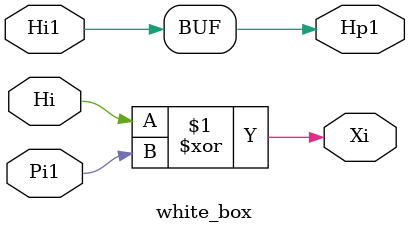
<source format=v>
`timescale 1ns / 1ps


module white_box(Hi,Pi1,Hi1,Xi,Hp1);
input Hi,Pi1,Hi1;
output Xi,Hp1;
assign Hp1=Hi1;
xor i3(Xi,Hi,Pi1);
endmodule

</source>
